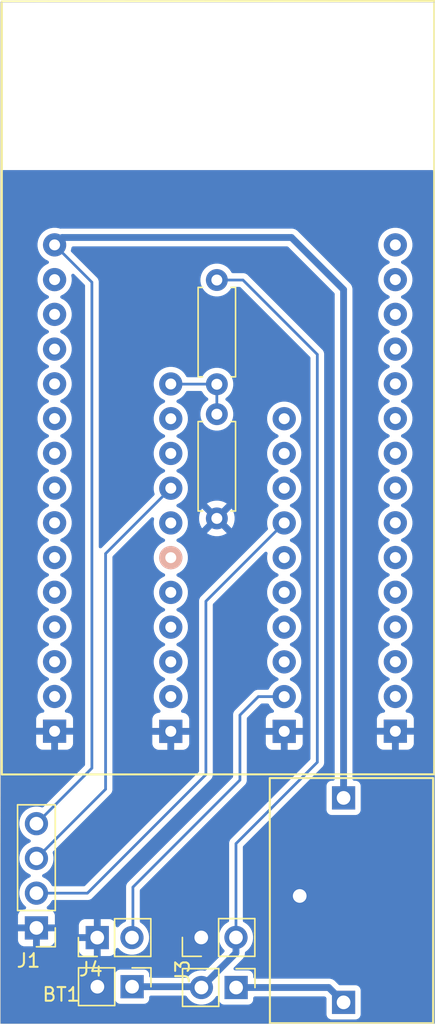
<source format=kicad_pcb>
(kicad_pcb (version 20241229) (generator "pcbnew") (generator_version "9.0")
  (layers (0 "F.Cu" signal) (2 "B.Cu" signal) (13 "F.Paste" user) (15 "B.Paste" user) (5 "F.SilkS" user "F.Silkscreen") (7 "B.SilkS" user "B.Silkscreen") (1 "F.Mask" user) (3 "B.Mask" user) (25 "Edge.Cuts" user))
  (net 0 "")
  (net 1 "SDA")
  (net 3 "VDD")
  (net 13 "SCL")
  (net 15 "Net-(B1-PadPA0)")
  (net 16 "GND")
  (net 32 "BTN")
  (net 48 "VBAT")
  (net 49 "Net-(J3-Pin_1)")
  (footprint "Connector_PinHeader_2.54mm:PinHeader_1x02_P2.54mm_Vertical" (layer "F.Cu") (at 98.94 130.68 -90)
    (property "Reference" "BT1" (at 0.57 5.195 180) (layer "F.SilkS"))
    (property "Value" "Battery_Cell" (hide yes))
    (fp_line (start -1.38 3.92) (end 1.38 3.92) (stroke (width 0.12)) (layer "F.SilkS"))
    (fp_line (start -1.38 1.27) (end -1.38 3.92) (stroke (width 0.12)) (layer "F.SilkS"))
    (fp_line (start -1.38 1.27) (end 1.38 1.27) (stroke (width 0.12)) (layer "F.SilkS"))
    (fp_line (start 1.38 1.27) (end 1.38 3.92) (stroke (width 0.12)) (layer "F.SilkS"))
    (fp_line (start -1.38 0) (end -1.38 -1.38) (stroke (width 0.12)) (layer "F.SilkS"))
    (fp_line (start -1.38 -1.38) (end 0 -1.38) (stroke (width 0.12)) (layer "F.SilkS"))
    (pad "1" thru_hole rect (at 0 0 270) (size 1.7 1.7) (drill 1) (layers "*.Cu" "*.Mask") (net 48 "VBAT"))
    (pad "2" thru_hole circle (at 0 2.54 270) (size 1.7 1.7) (drill 1) (layers "*.Cu" "*.Mask") (net 16 "GND"))
  )
  (footprint "Connector_PinHeader_2.54mm:PinHeader_1x04_P2.54mm_Vertical" (layer "F.Cu") (at 91.94 126.38 180)
    (property "Reference" "J1" (at 0.58 -2.39 0) (layer "F.SilkS"))
    (property "Value" "I2C")
    (fp_line (start 1.38 1.27) (end 1.38 9) (stroke (width 0.12)) (layer "F.SilkS"))
    (fp_line (start -1.38 9) (end 1.38 9) (stroke (width 0.12)) (layer "F.SilkS"))
    (fp_line (start -1.38 1.27) (end 1.38 1.27) (stroke (width 0.12)) (layer "F.SilkS"))
    (fp_line (start -1.38 1.27) (end -1.38 9) (stroke (width 0.12)) (layer "F.SilkS"))
    (fp_line (start -1.38 0) (end -1.38 -1.38) (stroke (width 0.12)) (layer "F.SilkS"))
    (fp_line (start -1.38 -1.38) (end 0 -1.38) (stroke (width 0.12)) (layer "F.SilkS"))
    (pad "1" thru_hole rect (at 0 0 180) (size 1.7 1.7) (drill 1) (layers "*.Cu" "*.Mask") (net 16 "GND") (thermal_bridge_width 0.5))
    (pad "2" thru_hole circle (at 0 2.54 180) (size 1.7 1.7) (drill 1) (layers "*.Cu" "*.Mask") (net 13 "SCL"))
    (pad "3" thru_hole circle (at 0 5.08 180) (size 1.7 1.7) (drill 1) (layers "*.Cu" "*.Mask") (net 1 "SDA"))
    (pad "4" thru_hole circle (at 0 7.62 180) (size 1.7 1.7) (drill 1) (layers "*.Cu" "*.Mask") (net 3 "VDD"))
  )
  (footprint "Connector_PinHeader_2.54mm:PinHeader_1x02_P2.54mm_Vertical" (layer "F.Cu") (at 96.39 127.09 90)
    (property "Reference" "J4" (at -2.32 -0.465 0) (layer "F.SilkS"))
    (property "Value" "BTN" (hide yes))
    (fp_line (start -1.38 -1.38) (end 0 -1.38) (stroke (width 0.12)) (layer "F.SilkS"))
    (fp_line (start -1.38 0) (end -1.38 -1.38) (stroke (width 0.12)) (layer "F.SilkS"))
    (fp_line (start 1.38 1.27) (end 1.38 3.92) (stroke (width 0.12)) (layer "F.SilkS"))
    (fp_line (start -1.38 1.27) (end 1.38 1.27) (stroke (width 0.12)) (layer "F.SilkS"))
    (fp_line (start -1.38 1.27) (end -1.38 3.92) (stroke (width 0.12)) (layer "F.SilkS"))
    (fp_line (start -1.38 3.92) (end 1.38 3.92) (stroke (width 0.12)) (layer "F.SilkS"))
    (pad "1" thru_hole rect (at 0 0 90) (size 1.7 1.7) (drill 1) (layers "*.Cu" "*.Mask") (net 16 "GND"))
    (pad "2" thru_hole circle (at 0 2.54 90) (size 1.7 1.7) (drill 1) (layers "*.Cu" "*.Mask") (net 32 "BTN"))
  )
  (footprint "Resistor_THT:R_Axial_DIN0207_L6.3mm_D2.5mm_P7.62mm_Horizontal" (layer "F.Cu") (at 105.14 88.82 -90)
    (property "Reference" "R2" (hide yes))
    (property "Value" "500K" (hide yes))
    (fp_line (start 0.54 1.37) (end 7.08 1.37) (stroke (width 0.12)) (layer "F.SilkS"))
    (fp_line (start 7.08 1.37) (end 7.08 1.04) (stroke (width 0.12)) (layer "F.SilkS"))
    (fp_line (start 0.54 1.04) (end 0.54 1.37) (stroke (width 0.12)) (layer "F.SilkS"))
    (fp_line (start 0.54 -1.04) (end 0.54 -1.37) (stroke (width 0.12)) (layer "F.SilkS"))
    (fp_line (start 0.54 -1.37) (end 7.08 -1.37) (stroke (width 0.12)) (layer "F.SilkS"))
    (fp_line (start 7.08 -1.37) (end 7.08 -1.04) (stroke (width 0.12)) (layer "F.SilkS"))
    (pad "1" thru_hole circle (at 0 0 270) (size 1.6 1.6) (drill 0.8) (layers "*.Cu" "*.Mask") (net 15 "Net-(B1-PadPA0)"))
    (pad "2" thru_hole circle (at 7.62 0 270) (size 1.6 1.6) (drill 0.8) (layers "*.Cu" "*.Mask") (net 16 "GND"))
  )
  (footprint "Connector_PinHeader_2.54mm:PinHeader_1x02_P2.54mm_Vertical" (layer "F.Cu") (at 106.55 130.74 -90)
    (property "Reference" "J3" (at -1.17 3.915 90) (layer "F.SilkS"))
    (property "Value" "Conn_01x02_Pin" (hide yes))
    (fp_line (start -1.38 3.92) (end 1.38 3.92) (stroke (width 0.12)) (layer "F.SilkS"))
    (fp_line (start -1.38 1.27) (end -1.38 3.92) (stroke (width 0.12)) (layer "F.SilkS"))
    (fp_line (start -1.38 1.27) (end 1.38 1.27) (stroke (width 0.12)) (layer "F.SilkS"))
    (fp_line (start 1.38 1.27) (end 1.38 3.92) (stroke (width 0.12)) (layer "F.SilkS"))
    (fp_line (start -1.38 0) (end -1.38 -1.38) (stroke (width 0.12)) (layer "F.SilkS"))
    (fp_line (start -1.38 -1.38) (end 0 -1.38) (stroke (width 0.12)) (layer "F.SilkS"))
    (pad "1" thru_hole rect (at 0 0 270) (size 1.7 1.7) (drill 1) (layers "*.Cu" "*.Mask") (net 49 "Net-(J3-Pin_1)"))
    (pad "2" thru_hole circle (at 0 2.54 270) (size 1.7 1.7) (drill 1) (layers "*.Cu" "*.Mask") (net 48 "VBAT"))
  )
  (footprint "Resistor_THT:R_Axial_DIN0207_L6.3mm_D2.5mm_P7.62mm_Horizontal" (layer "F.Cu") (at 105.14 79.01 -90)
    (property "Reference" "R1" (hide yes))
    (property "Value" "500K" (hide yes))
    (fp_line (start 0.54 1.37) (end 7.08 1.37) (stroke (width 0.12)) (layer "F.SilkS"))
    (fp_line (start 7.08 1.37) (end 7.08 1.04) (stroke (width 0.12)) (layer "F.SilkS"))
    (fp_line (start 0.54 1.04) (end 0.54 1.37) (stroke (width 0.12)) (layer "F.SilkS"))
    (fp_line (start 0.54 -1.04) (end 0.54 -1.37) (stroke (width 0.12)) (layer "F.SilkS"))
    (fp_line (start 0.54 -1.37) (end 7.08 -1.37) (stroke (width 0.12)) (layer "F.SilkS"))
    (fp_line (start 7.08 -1.37) (end 7.08 -1.04) (stroke (width 0.12)) (layer "F.SilkS"))
    (pad "1" thru_hole circle (at 0 0 270) (size 1.6 1.6) (drill 0.8) (layers "*.Cu" "*.Mask") (net 48 "VBAT"))
    (pad "2" thru_hole circle (at 7.62 0 270) (size 1.6 1.6) (drill 0.8) (layers "*.Cu" "*.Mask") (net 15 "Net-(B1-PadPA0)"))
  )
  (footprint "Connector_PinHeader_2.54mm:PinHeader_1x02_P2.54mm_Vertical" (layer "F.Cu") (at 104 127.08 90)
    (property "Reference" "J2" (hide yes))
    (property "Value" "BAT CHARGER")
    (fp_line (start -1.38 -1.38) (end 0 -1.38) (stroke (width 0.12)) (layer "F.SilkS"))
    (fp_line (start -1.38 0) (end -1.38 -1.38) (stroke (width 0.12)) (layer "F.SilkS"))
    (fp_line (start 1.38 1.27) (end 1.38 3.92) (stroke (width 0.12)) (layer "F.SilkS"))
    (fp_line (start -1.38 1.27) (end 1.38 1.27) (stroke (width 0.12)) (layer "F.SilkS"))
    (fp_line (start -1.38 1.27) (end -1.38 3.92) (stroke (width 0.12)) (layer "F.SilkS"))
    (fp_line (start -1.38 3.92) (end 1.38 3.92) (stroke (width 0.12)) (layer "F.SilkS"))
    (pad "1" thru_hole rect (at 0 0 90) (size 1.7 1.7) (drill 1) (layers "*.Cu" "*.Mask") (net 16 "GND"))
    (pad "2" thru_hole circle (at 0 2.54 90) (size 1.7 1.7) (drill 1) (layers "*.Cu" "*.Mask") (net 48 "VBAT"))
  )
  (footprint "CUSTOM_MCU_DEVBOARD:STM32WB5MMG_CUSTOM_DEVBOARD" (layer "F.Cu") (at 89.97 114.6)
    (property "Reference" "B1" (hide yes))
    (property "Value" "~" (hide yes))
    (fp_line (start -0.56 -55.95) (end -0.56 0) (stroke (width 0.15)) (layer "F.SilkS"))
    (fp_line (start -0.56 0) (end -0.56 0.56) (stroke (width 0.15)) (layer "F.SilkS"))
    (fp_line (start 30.5 0.55) (end 31.07 0.55) (stroke (width 0.1)) (layer "F.SilkS"))
    (fp_line (start 31.07 -55.99) (end -0.56 -55.95) (stroke (width 0.15)) (layer "F.SilkS"))
    (fp_line (start 31.07 -0.02) (end 31.07 -55.99) (stroke (width 0.15)) (layer "F.SilkS"))
    (fp_line (start 31.07 0.55) (end -0.56 0.56) (stroke (width 0.15)) (layer "F.SilkS"))
    (fp_line (start 31.07 0.55) (end 31.07 -0.02) (stroke (width 0.15)) (layer "F.SilkS"))
    (pad "GND" thru_hole rect (at 3.3 -2.6) (size 1.7 1.7) (drill 0.8) (layers "*.Cu" "*.Mask") (net 16 "GND"))
    (pad "GND" thru_hole rect (at 11.8 -2.59) (size 1.7 1.7) (drill 0.8) (layers "*.Cu" "*.Mask") (net 16 "GND"))
    (pad "GND" thru_hole rect (at 20.1 -2.59) (size 1.7 1.7) (drill 0.8) (layers "*.Cu" "*.Mask") (net 16 "GND"))
    (pad "GND" thru_hole rect (at 28.23 -2.6) (size 1.7 1.7) (drill 0.8) (layers "*.Cu" "*.Mask") (net 16 "GND"))
    (pad "NRST" thru_hole circle (at 11.8 -5.13) (size 1.7 1.7) (drill 0.8) (layers "*.Cu" "*.Mask"))
    (pad "PA0" thru_hole circle (at 11.8 -27.99) (size 1.7 1.7) (drill 0.8) (layers "*.Cu" "*.Mask") (net 15 "Net-(B1-PadPA0)"))
    (pad "PA1" thru_hole circle (at 11.8 -10.21) (size 1.7 1.7) (drill 0.8) (layers "*.Cu" "*.Mask"))
    (pad "PA2" thru_hole circle (at 11.8 -7.67) (size 1.7 1.7) (drill 0.8) (layers "*.Cu" "*.Mask"))
    (pad "PA3" thru_hole circle (at 20.1 -5.13) (size 1.7 1.7) (drill 0.8) (layers "*.Cu" "*.Mask") (net 32 "BTN"))
    (pad "PA4" thru_hole circle (at 20.1 -7.67) (size 1.7 1.7) (drill 0.8) (layers "*.Cu" "*.Mask"))
    (pad "PA5" thru_hole circle (at 20.1 -10.21) (size 1.7 1.7) (drill 0.8) (layers "*.Cu" "*.Mask"))
    (pad "PA6" thru_hole circle (at 20.1 -12.75) (size 1.7 1.7) (drill 0.8) (layers "*.Cu" "*.Mask"))
    (pad "PA7" thru_hole circle (at 20.1 -15.29) (size 1.7 1.7) (drill 0.8) (layers "*.Cu" "*.Mask"))
    (pad "PA8" thru_hole circle (at 20.1 -20.37) (size 1.7 1.7) (drill 0.8) (layers "*.Cu" "*.Mask"))
    (pad "PA9" thru_hole circle (at 20.1 -17.83) (size 1.7 1.7) (drill 0.8) (layers "*.Cu" "*.Mask") (net 13 "SCL"))
    (pad "PA10" thru_hole circle (at 3.3 -10.22) (size 1.7 1.7) (drill 0.8) (layers "*.Cu" "*.Mask"))
    (pad "PA11" thru_hole circle (at 3.3 -5.14) (size 1.7 1.7) (drill 0.8) (layers "*.Cu" "*.Mask"))
    (pad "PA12" thru_hole circle (at 3.3 -7.68) (size 1.7 1.7) (drill 0.8) (layers "*.Cu" "*.Mask"))
    (pad "PA13" thru_hole circle (at 3.3 -17.84) (size 1.7 1.7) (drill 0.8) (layers "*.Cu" "*.Mask"))
    (pad "PA14" thru_hole circle (at 3.3 -15.3) (size 1.7 1.7) (drill 0.8) (layers "*.Cu" "*.Mask"))
    (pad "PA15" thru_hole circle (at 3.3 -12.76) (size 1.7 1.7) (drill 0.8) (layers "*.Cu" "*.Mask"))
    (pad "PB0" thru_hole circle (at 28.23 -33.08) (size 1.7 1.7) (drill 0.8) (layers "*.Cu" "*.Mask"))
    (pad "PB1" thru_hole circle (at 28.23 -30.54) (size 1.7 1.7) (drill 0.8) (layers "*.Cu" "*.Mask"))
    (pad "PB2" thru_hole circle (at 20.1 -25.45) (size 1.7 1.7) (drill 0.8) (layers "*.Cu" "*.Mask"))
    (pad "PB3" thru_hole circle (at 3.3 -28) (size 1.7 1.7) (drill 0.8) (layers "*.Cu" "*.Mask"))
    (pad "PB4" thru_hole circle (at 3.3 -30.54) (size 1.7 1.7) (drill 0.8) (layers "*.Cu" "*.Mask"))
    (pad "PB5" thru_hole circle (at 3.3 -33.08) (size 1.7 1.7) (drill 0.8) (layers "*.Cu" "*.Mask"))
    (pad "PB6" thru_hole circle (at 28.23 -20.38) (size 1.7 1.7) (drill 0.8) (layers "*.Cu" "*.Mask"))
    (pad "PB7" thru_hole circle (at 3.3 -35.62) (size 1.7 1.7) (drill 0.8) (layers "*.Cu" "*.Mask"))
    (pad "PB8" thru_hole circle (at 11.8 -17.83) (size 1.7 1.7) (drill 0.8) (layers "*.Cu" "*.Mask"))
    (pad "PB9" thru_hole circle (at 11.8 -20.37) (size 1.7 1.7) (drill 0.8) (layers "*.Cu" "*.Mask") (net 1 "SDA"))
    (pad "PB10" thru_hole circle (at 28.23 -38.16) (size 1.7 1.7) (drill 0.8) (layers "*.Cu" "*.Mask"))
    (pad "PB11" thru_hole circle (at 28.23 -35.62) (size 1.7 1.7) (drill 0.8) (layers "*.Cu" "*.Mask"))
    (pad "PB12" thru_hole circle (at 28.23 -25.46) (size 1.7 1.7) (drill 0.8) (layers "*.Cu" "*.Mask"))
    (pad "PB13" thru_hole circle (at 28.23 -10.22) (size 1.7 1.7) (drill 0.8) (layers "*.Cu" "*.Mask"))
    (pad "PB14" thru_hole circle (at 28.23 -15.3) (size 1.7 1.7) (drill 0.8) (layers "*.Cu" "*.Mask"))
    (pad "PB15" thru_hole circle (at 28.23 -17.84) (size 1.7 1.7) (drill 0.8) (layers "*.Cu" "*.Mask"))
    (pad "PC0" thru_hole circle (at 11.8 -15.29) (size 1.7 1.7) (drill 0.8) (layers "*.Cu" "*.Mask" "B.SilkS"))
    (pad "PC1" thru_hole circle (at 11.8 -12.75) (size 1.7 1.7) (drill 0.8) (layers "*.Cu" "*.Mask"))
    (pad "PC2" thru_hole circle (at 11.8 -22.91) (size 1.7 1.7) (drill 0.8) (layers "*.Cu" "*.Mask"))
    (pad "PC3" thru_hole circle (at 11.8 -25.45) (size 1.7 1.7) (drill 0.8) (layers "*.Cu" "*.Mask"))
    (pad "PC4" thru_hole circle (at 20.1 -22.91) (size 1.7 1.7) (drill 0.8) (layers "*.Cu" "*.Mask"))
    (pad "PC6" thru_hole circle (at 28.23 -12.76) (size 1.7 1.7) (drill 0.8) (layers "*.Cu" "*.Mask"))
    (pad "PC10" thru_hole circle (at 3.3 -25.46) (size 1.7 1.7) (drill 0.8) (layers "*.Cu" "*.Mask"))
    (pad "PC11" thru_hole circle (at 3.3 -22.92) (size 1.7 1.7) (drill 0.8) (layers "*.Cu" "*.Mask"))
    (pad "PC12" thru_hole circle (at 3.3 -20.38) (size 1.7 1.7) (drill 0.8) (layers "*.Cu" "*.Mask"))
    (pad "PC13" thru_hole circle (at 28.23 -22.92) (size 1.7 1.7) (drill 0.8) (layers "*.Cu" "*.Mask"))
    (pad "PD0" thru_hole circle (at 28.23 -5.14) (size 1.7 1.7) (drill 0.8) (layers "*.Cu" "*.Mask"))
    (pad "PD1" thru_hole circle (at 28.23 -7.68) (size 1.7 1.7) (drill 0.8) (layers "*.Cu" "*.Mask"))
    (pad "PE4" thru_hole circle (at 28.23 -28) (size 1.7 1.7) (drill 0.8) (layers "*.Cu" "*.Mask"))
    (pad "VDD" thru_hole circle (at 3.3 -38.16) (size 1.7 1.7) (drill 0.8) (layers "*.Cu" "*.Mask") (net 3 "VDD"))
  )
  (footprint "CUSTOM_MODULES:LM3671_MODULE" (layer "F.Cu") (at 109.0125 115.425 -90)
    (property "Reference" "U1" (hide yes))
    (property "Value" "~" (hide yes))
    (fp_line (start 0 0) (end 17.925 -0.01) (stroke (width 0.15)) (layer "F.SilkS"))
    (fp_line (start 17.925 0) (end 17.925 -11.95) (stroke (width 0.15)) (layer "F.SilkS"))
    (fp_line (start 0 -11.95) (end 0 0) (stroke (width 0.15)) (layer "F.SilkS"))
    (fp_line (start 17.925 -11.95) (end 0 -11.95) (stroke (width 0.15)) (layer "F.SilkS"))
    (pad "1" thru_hole rect (at 16.4 -5.4 270) (size 1.7 1.7) (drill 1) (layers "*.Cu" "*.Mask") (net 49 "Net-(J3-Pin_1)"))
    (pad "2" thru_hole rect (at 8.62 -2.19 270) (size 1.7 1.7) (drill 1) (layers "*.Cu" "*.Mask") (net 16 "GND"))
    (pad "3" thru_hole rect (at 1.45 -5.4 270) (size 1.7 1.7) (drill 1) (layers "*.Cu" "*.Mask") (net 3 "VDD"))
  )
  (gr_rect (start 89.3 58.7) (end 121.1 133.4) (stroke (width 0.05)) (fill no) (layer "Edge.Cuts"))
  (segment (start 97 99.015) (end 101.775 94.24) (width 0.2) (layer "B.Cu") (net 1))
  (segment (start 97 116.24) (end 91.94 121.3) (width 0.2) (layer "B.Cu") (net 1))
  (segment (start 97 99.015) (end 97 116.24) (width 0.2) (layer "B.Cu") (net 1))
  (segment (start 93.825 75.9) (end 93.275 76.45) (width 0.5) (layer "B.Cu") (net 3))
  (segment (start 93.275 76.45) (end 95.999 79.174) (width 0.2) (layer "B.Cu") (net 3))
  (segment (start 114.4125 79.7125) (end 110.6 75.9) (width 0.5) (layer "B.Cu") (net 3))
  (segment (start 95.999 79.174) (end 95.999 114.701) (width 0.2) (layer "B.Cu") (net 3))
  (segment (start 114.4125 116.875) (end 114.4125 79.7125) (width 0.5) (layer "B.Cu") (net 3))
  (segment (start 95.999 114.701) (end 91.94 118.76) (width 0.2) (layer "B.Cu") (net 3))
  (segment (start 110.6 75.9) (end 93.825 75.9) (width 0.5) (layer "B.Cu") (net 3))
  (segment (start 95.67 123.84) (end 91.94 123.84) (width 0.2) (layer "B.Cu") (net 13))
  (segment (start 104.34 102.5) (end 104.34 115.17) (width 0.2) (layer "B.Cu") (net 13))
  (segment (start 110.07 96.77) (end 104.34 102.5) (width 0.2) (layer "B.Cu") (net 13))
  (segment (start 104.34 115.17) (end 95.67 123.84) (width 0.2) (layer "B.Cu") (net 13))
  (segment (start 105.13 86.62) (end 105.14 86.63) (width 0.2) (layer "B.Cu") (net 15))
  (segment (start 101.775 86.62) (end 105.13 86.62) (width 0.2) (layer "B.Cu") (net 15))
  (segment (start 105.14 86.63) (end 105.14 88.82) (width 0.2) (layer "B.Cu") (net 15))
  (segment (start 96.465 127.025) (end 96.35 127.14) (width 0.2) (layer "B.Cu") (net 16))
  (segment (start 99 127.02) (end 98.93 127.09) (width 0.2) (layer "B.Cu") (net 32))
  (segment (start 110.07 109.47) (end 108.18 109.47) (width 0.2) (layer "B.Cu") (net 32))
  (segment (start 106.83 115.57) (end 99 123.4) (width 0.2) (layer "B.Cu") (net 32))
  (segment (start 99 123.4) (end 99 127.02) (width 0.2) (layer "B.Cu") (net 32))
  (segment (start 108.18 109.47) (end 106.83 110.82) (width 0.2) (layer "B.Cu") (net 32))
  (segment (start 106.83 110.82) (end 106.83 115.57) (width 0.2) (layer "B.Cu") (net 32))
  (segment (start 98.94 130.68) (end 103.95 130.68) (width 0.5) (layer "B.Cu") (net 48))
  (segment (start 107.05 79.01) (end 112.49 84.45) (width 0.2) (layer "B.Cu") (net 48))
  (segment (start 106.54 120.22) (end 106.54 127.08) (width 0.2) (layer "B.Cu") (net 48))
  (segment (start 105.14 79.01) (end 107.05 79.01) (width 0.2) (layer "B.Cu") (net 48))
  (segment (start 103.95 130.68) (end 104.01 130.74) (width 0.5) (layer "B.Cu") (net 48))
  (segment (start 106.54 127.08) (end 106.54 128.21) (width 0.5) (layer "B.Cu") (net 48))
  (segment (start 112.49 114.27) (end 106.54 120.22) (width 0.2) (layer "B.Cu") (net 48))
  (segment (start 112.49 84.45) (end 112.49 114.27) (width 0.2) (layer "B.Cu") (net 48))
  (segment (start 106.54 128.21) (end 104.01 130.74) (width 0.5) (layer "B.Cu") (net 48))
  (segment (start 114.2375 132) (end 114.4125 131.825) (width 0.2) (layer "F.Cu") (net 49))
  (segment (start 106.55 130.74) (end 113.3275 130.74) (width 0.5) (layer "B.Cu") (net 49))
  (segment (start 113.3275 130.74) (end 114.4125 131.825) (width 0.5) (layer "B.Cu") (net 49))
  (segment (start 114.3375 131.9) (end 114.4125 131.825) (width 0.5) (layer "B.Cu") (net 49))
  (zone (net 16) (net_name "GND") (layer "B.Cu") (connect_pads (clearance 0.4)) (min_thickness 0.25) (fill yes (thermal_gap 0.5) (thermal_bridge_width 0.5))
    (polygon (pts (xy 89.405102 70.97) (xy 89.3 133.4) (xy 121.1 133.4) (xy 121.026428 70.97)))
  )
)
</source>
